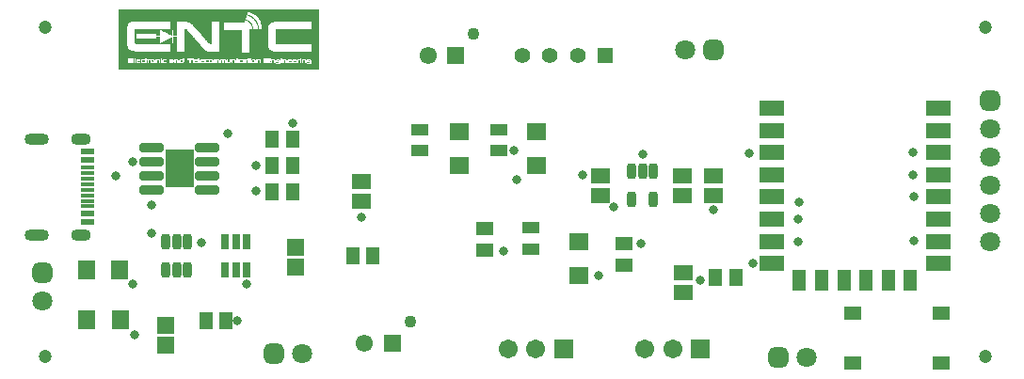
<source format=gts>
%FSTAX23Y23*%
%MOIN*%
%SFA1B1*%

%IPPOS*%
%AMD44*
4,1,8,0.015600,-0.018000,0.015600,0.018000,0.005800,0.027800,-0.005800,0.027800,-0.015600,0.018000,-0.015600,-0.018000,-0.005800,-0.027800,0.005800,-0.027800,0.015600,-0.018000,0.0*
1,1,0.019614,0.005800,-0.018000*
1,1,0.019614,0.005800,0.018000*
1,1,0.019614,-0.005800,0.018000*
1,1,0.019614,-0.005800,-0.018000*
%
%AMD45*
4,1,8,0.035800,0.015800,-0.035800,0.015800,-0.042800,0.008900,-0.042800,-0.008900,-0.035800,-0.015800,0.035800,-0.015800,0.042800,-0.008900,0.042800,0.008900,0.035800,0.015800,0.0*
1,1,0.013906,0.035800,0.008900*
1,1,0.013906,-0.035800,0.008900*
1,1,0.013906,-0.035800,-0.008900*
1,1,0.013906,0.035800,-0.008900*
%
%AMD49*
4,1,8,0.015700,0.035500,-0.015700,0.035500,-0.035500,0.015700,-0.035500,-0.015700,-0.015700,-0.035500,0.015700,-0.035500,0.035500,-0.015700,0.035500,0.015700,0.015700,0.035500,0.0*
1,1,0.039496,0.015700,0.015700*
1,1,0.039496,-0.015700,0.015700*
1,1,0.039496,-0.015700,-0.015700*
1,1,0.039496,0.015700,-0.015700*
%
%AMD51*
4,1,8,0.043300,0.000000,0.043300,0.000000,0.023600,0.019700,-0.023600,0.019700,-0.043300,0.000000,-0.043300,0.000000,-0.023600,-0.019700,0.023600,-0.019700,0.043300,0.000000,0.0*
1,1,0.039370,0.023600,0.000000*
1,1,0.039370,0.023600,0.000000*
1,1,0.039370,-0.023600,0.000000*
1,1,0.039370,-0.023600,0.000000*
%
%AMD52*
4,1,8,0.035400,0.000000,0.035400,0.000000,0.015700,0.019700,-0.015700,0.019700,-0.035400,0.000000,-0.035400,0.000000,-0.015700,-0.019700,0.015700,-0.019700,0.035400,0.000000,0.0*
1,1,0.039370,0.015700,0.000000*
1,1,0.039370,0.015700,0.000000*
1,1,0.039370,-0.015700,0.000000*
1,1,0.039370,-0.015700,0.000000*
%
%AMD55*
4,1,8,0.035500,-0.015700,0.035500,0.015700,0.015700,0.035500,-0.015700,0.035500,-0.035500,0.015700,-0.035500,-0.015700,-0.015700,-0.035500,0.015700,-0.035500,0.035500,-0.015700,0.0*
1,1,0.039496,0.015700,-0.015700*
1,1,0.039496,0.015700,0.015700*
1,1,0.039496,-0.015700,0.015700*
1,1,0.039496,-0.015700,-0.015700*
%
%ADD20R,0.045275X0.023622*%
%ADD21R,0.045275X0.011811*%
%ADD27R,0.061024X0.051181*%
%ADD30R,0.059441X0.051421*%
%ADD32R,0.061268X0.059236*%
%ADD35R,0.051307X0.074929*%
%ADD36R,0.086740X0.055244*%
%ADD37R,0.065086X0.053275*%
%ADD38R,0.047764X0.062331*%
%ADD39R,0.062331X0.047764*%
%ADD40R,0.047370X0.061149*%
%ADD41R,0.031228X0.055638*%
%ADD42R,0.062331X0.044220*%
%ADD43R,0.070992X0.063118*%
G04~CAMADD=44~8~0.0~0.0~556.4~312.3~98.1~0.0~15~0.0~0.0~0.0~0.0~0~0.0~0.0~0.0~0.0~0~0.0~0.0~0.0~270.0~312.0~556.0*
%ADD44D44*%
G04~CAMADD=45~8~0.0~0.0~855.6~316.2~69.5~0.0~15~0.0~0.0~0.0~0.0~0~0.0~0.0~0.0~0.0~0~0.0~0.0~0.0~0.0~855.6~316.2*
%ADD45D45*%
%ADD46R,0.103000X0.138000*%
%ADD47R,0.063118X0.070992*%
%ADD48C,0.047370*%
G04~CAMADD=49~8~0.0~0.0~709.9~709.9~197.5~0.0~15~0.0~0.0~0.0~0.0~0~0.0~0.0~0.0~0.0~0~0.0~0.0~0.0~0.0~709.9~709.9*
%ADD49D49*%
%ADD50C,0.070992*%
G04~CAMADD=51~8~0.0~0.0~393.7~866.1~196.9~0.0~15~0.0~0.0~0.0~0.0~0~0.0~0.0~0.0~0.0~0~0.0~0.0~0.0~270.0~866.0~394.0*
%ADD51D51*%
G04~CAMADD=52~8~0.0~0.0~393.7~708.7~196.9~0.0~15~0.0~0.0~0.0~0.0~0~0.0~0.0~0.0~0.0~0~0.0~0.0~0.0~270.0~707.0~393.0*
%ADD52D52*%
%ADD53C,0.067370*%
%ADD54R,0.067370X0.067370*%
G04~CAMADD=55~8~0.0~0.0~709.9~709.9~197.5~0.0~15~0.0~0.0~0.0~0.0~0~0.0~0.0~0.0~0.0~0~0.0~0.0~0.0~270.0~710.0~710.0*
%ADD55D55*%
%ADD56R,0.061024X0.061024*%
%ADD57C,0.061024*%
%ADD58C,0.043307*%
%ADD59R,0.055118X0.055118*%
%ADD60C,0.055118*%
%ADD61C,0.032000*%
%LNflowmeter-1*%
%LPD*%
G36*
X01073Y01333D02*
Y01332D01*
Y01331*
Y01331*
Y0133*
Y01329*
Y01328*
Y01328*
Y01327*
Y01326*
Y01325*
Y01325*
Y01324*
Y01323*
Y01322*
Y01321*
Y01321*
Y0132*
Y01319*
Y01318*
Y01318*
Y01317*
Y01316*
Y01315*
Y01315*
Y01314*
Y01313*
Y01312*
Y01312*
Y01311*
Y0131*
Y01309*
Y01309*
Y01308*
Y01307*
Y01306*
Y01306*
Y01305*
Y01304*
Y01303*
Y01303*
Y01302*
Y01301*
Y013*
Y013*
Y01299*
Y01298*
Y01297*
Y01296*
Y01296*
Y01295*
Y01294*
Y01293*
Y01293*
Y01292*
Y01291*
Y0129*
Y0129*
Y01289*
Y01288*
Y01287*
Y01287*
Y01286*
Y01285*
Y01284*
Y01284*
Y01283*
Y01282*
Y01281*
Y01281*
Y0128*
Y01279*
Y01278*
Y01278*
Y01277*
Y01276*
Y01275*
Y01274*
Y01274*
Y01273*
Y01272*
Y01271*
Y01271*
Y0127*
Y01269*
Y01268*
Y01268*
Y01267*
Y01266*
Y01265*
Y01265*
Y01264*
Y01263*
Y01262*
Y01262*
Y01261*
Y0126*
Y01259*
Y01259*
Y01258*
Y01257*
Y01256*
Y01256*
Y01255*
Y01254*
Y01253*
Y01253*
Y01252*
Y01251*
Y0125*
Y01249*
Y01249*
Y01248*
Y01247*
Y01246*
Y01246*
Y01245*
Y01244*
Y01243*
Y01243*
Y01242*
Y01241*
Y0124*
Y0124*
Y01239*
Y01238*
Y01237*
Y01237*
Y01236*
Y01235*
Y01234*
Y01234*
Y01233*
Y01232*
Y01231*
Y01231*
Y0123*
Y01229*
Y01228*
Y01227*
Y01227*
Y01226*
Y01225*
Y01224*
Y01224*
Y01223*
Y01222*
Y01221*
Y01221*
Y0122*
Y01219*
Y01218*
Y01218*
Y01217*
Y01216*
Y01215*
Y01215*
Y01214*
Y01213*
Y01212*
Y01212*
Y01211*
Y0121*
Y01209*
Y01209*
Y01208*
Y01207*
Y01206*
Y01206*
Y01205*
Y01204*
Y01203*
Y01202*
Y01202*
Y01201*
Y012*
Y01199*
Y01199*
Y01198*
Y01197*
Y01196*
Y01196*
Y01195*
Y01194*
Y01193*
Y01193*
Y01192*
Y01191*
Y0119*
Y0119*
Y01189*
Y01188*
Y01187*
Y01187*
Y01186*
Y01185*
Y01184*
Y01184*
Y01183*
Y01182*
Y01181*
Y0118*
Y0118*
Y01179*
Y01178*
Y01177*
Y01177*
Y01176*
Y01175*
Y01174*
Y01174*
Y01173*
Y01172*
Y01171*
Y01171*
Y0117*
Y01169*
Y01168*
Y01168*
Y01167*
Y01166*
Y01165*
Y01165*
Y01164*
Y01163*
Y01162*
Y01162*
Y01161*
Y0116*
Y01159*
Y01159*
Y01158*
Y01157*
Y01156*
Y01155*
Y01155*
Y01154*
Y01153*
Y01152*
Y01152*
Y01151*
Y0115*
Y01149*
Y01149*
Y01148*
Y01147*
Y01146*
Y01146*
Y01145*
Y01144*
Y01143*
Y01143*
Y01142*
Y01141*
Y0114*
Y0114*
Y01139*
Y01138*
Y01137*
Y01137*
Y01136*
Y01135*
Y01134*
Y01133*
Y01133*
Y01132*
Y01131*
Y0113*
Y0113*
Y01129*
Y01128*
Y01127*
Y01127*
Y01126*
Y01125*
Y01124*
Y01124*
Y01123*
Y01122*
Y01121*
Y01121*
Y0112*
X00364*
Y01121*
Y01121*
Y01122*
Y01123*
Y01124*
Y01124*
Y01125*
Y01126*
Y01127*
Y01127*
Y01128*
Y01129*
Y0113*
Y0113*
Y01131*
Y01132*
Y01133*
Y01133*
Y01134*
Y01135*
Y01136*
Y01137*
Y01137*
Y01138*
Y01139*
Y0114*
Y0114*
Y01141*
Y01142*
Y01143*
Y01143*
Y01144*
Y01145*
Y01146*
Y01146*
Y01147*
Y01148*
Y01149*
Y01149*
Y0115*
Y01151*
Y01152*
Y01152*
Y01153*
Y01154*
Y01155*
Y01155*
Y01156*
Y01157*
Y01158*
Y01159*
Y01159*
Y0116*
Y01161*
Y01162*
Y01162*
Y01163*
Y01164*
Y01165*
Y01165*
Y01166*
Y01167*
Y01168*
Y01168*
Y01169*
Y0117*
Y01171*
Y01171*
Y01172*
Y01173*
Y01174*
Y01174*
Y01175*
Y01176*
Y01177*
Y01177*
Y01178*
Y01179*
Y0118*
Y0118*
Y01181*
Y01182*
Y01183*
Y01184*
Y01184*
Y01185*
Y01186*
Y01187*
Y01187*
Y01188*
Y01189*
Y0119*
Y0119*
Y01191*
Y01192*
Y01193*
Y01193*
Y01194*
Y01195*
Y01196*
Y01196*
Y01197*
Y01198*
Y01199*
Y01199*
Y012*
Y01201*
Y01202*
Y01202*
Y01203*
Y01204*
Y01205*
Y01206*
Y01206*
Y01207*
Y01208*
Y01209*
Y01209*
Y0121*
Y01211*
Y01212*
Y01212*
Y01213*
Y01214*
Y01215*
Y01215*
Y01216*
Y01217*
Y01218*
Y01218*
Y01219*
Y0122*
Y01221*
Y01221*
Y01222*
Y01223*
Y01224*
Y01224*
Y01225*
Y01226*
Y01227*
Y01227*
Y01228*
Y01229*
Y0123*
Y01231*
Y01231*
Y01232*
Y01233*
Y01234*
Y01234*
Y01235*
Y01236*
Y01237*
Y01237*
Y01238*
Y01239*
Y0124*
Y0124*
Y01241*
Y01242*
Y01243*
Y01243*
Y01244*
Y01245*
Y01246*
Y01246*
Y01247*
Y01248*
Y01249*
Y01249*
Y0125*
Y01251*
Y01252*
Y01253*
Y01253*
Y01254*
Y01255*
Y01256*
Y01256*
Y01257*
Y01258*
Y01259*
Y01259*
Y0126*
Y01261*
Y01262*
Y01262*
Y01263*
Y01264*
Y01265*
Y01265*
Y01266*
Y01267*
Y01268*
Y01268*
Y01269*
Y0127*
Y01271*
Y01271*
Y01272*
Y01273*
Y01274*
Y01274*
Y01275*
Y01276*
Y01277*
Y01278*
Y01278*
Y01279*
Y0128*
Y01281*
Y01281*
Y01282*
Y01283*
Y01284*
Y01284*
Y01285*
Y01286*
Y01287*
Y01287*
Y01288*
Y01289*
Y0129*
Y0129*
Y01291*
Y01292*
Y01293*
Y01293*
Y01294*
Y01295*
Y01296*
Y01296*
Y01297*
Y01298*
Y01299*
Y013*
Y013*
Y01301*
Y01302*
Y01303*
Y01303*
Y01304*
Y01305*
Y01306*
Y01306*
Y01307*
Y01308*
Y01309*
Y01309*
Y0131*
Y01311*
Y01312*
Y01312*
Y01313*
Y01314*
Y01315*
Y01315*
Y01316*
Y01317*
Y01318*
Y01318*
Y01319*
Y0132*
Y01321*
Y01321*
Y01322*
Y01323*
Y01324*
Y01325*
Y01325*
Y01326*
Y01327*
Y01328*
Y01328*
Y01329*
Y0133*
Y01331*
Y01331*
Y01332*
Y01333*
Y01334*
X01073*
Y01333*
G37*
%LNflowmeter-2*%
%LPC*%
G36*
X00826Y01325D02*
X00822D01*
Y01324*
Y01323*
X00822*
Y01322*
Y01321*
Y01321*
Y0132*
X00821*
Y01319*
Y01318*
X0082*
Y01318*
Y01317*
Y01316*
Y01315*
X00822*
Y01315*
X00825*
Y01314*
X00826*
Y01313*
X00827*
Y01312*
X0083*
Y01312*
X00831*
Y01311*
X00832*
Y0131*
X00834*
Y01309*
X00835*
Y01309*
X00836*
Y01308*
X00838*
Y01307*
X00838*
Y01306*
X0084*
Y01306*
X00841*
Y01305*
X00841*
Y01304*
X00842*
Y01303*
X00843*
Y01303*
X00844*
Y01302*
X00845*
Y01301*
Y013*
X00846*
Y013*
X00847*
Y01299*
X00847*
Y01298*
X00848*
Y01297*
X00849*
Y01296*
X0085*
Y01296*
X0085*
Y01295*
X00851*
Y01294*
X00852*
Y01293*
Y01293*
X00853*
Y01292*
Y01291*
X00854*
Y0129*
X00854*
Y0129*
Y01289*
Y01288*
X00855*
Y01287*
X00856*
Y01287*
Y01286*
X00857*
Y01285*
Y01284*
Y01284*
X00857*
Y01283*
Y01282*
X00858*
Y01281*
Y01281*
X00859*
Y0128*
Y01279*
Y01278*
Y01278*
X0086*
Y01277*
Y01276*
Y01275*
X0086*
Y01274*
Y01274*
Y01273*
Y01272*
Y01271*
Y01271*
Y0127*
Y01269*
Y01268*
Y01268*
X00861*
Y01267*
Y01266*
Y01265*
Y01265*
Y01264*
X00862*
Y01263*
X00871*
Y01264*
X00872*
Y01265*
Y01265*
Y01266*
Y01267*
Y01268*
Y01268*
Y01269*
Y0127*
Y01271*
Y01271*
X00871*
Y01272*
X00872*
Y01273*
Y01274*
X00871*
Y01274*
Y01275*
Y01276*
X0087*
Y01277*
Y01278*
Y01278*
Y01279*
Y0128*
Y01281*
X00869*
Y01281*
Y01282*
Y01283*
X00869*
Y01284*
Y01284*
X00868*
Y01285*
Y01286*
Y01287*
Y01287*
X00867*
Y01288*
X00866*
Y01289*
Y0129*
Y0129*
X00866*
Y01291*
Y01292*
X00865*
Y01293*
X00864*
Y01293*
Y01294*
X00863*
Y01295*
Y01296*
X00863*
Y01296*
X00862*
Y01297*
Y01298*
X00861*
Y01299*
X0086*
Y013*
Y013*
X0086*
Y01301*
Y01302*
X00859*
Y01303*
X00858*
Y01303*
X00857*
Y01304*
X00857*
Y01305*
X00856*
Y01306*
X00855*
Y01306*
X00854*
Y01307*
X00854*
Y01308*
X00853*
Y01309*
X00852*
Y01309*
X00851*
Y0131*
X0085*
Y01311*
X0085*
Y01312*
X00849*
Y01312*
X00848*
Y01313*
X00847*
Y01314*
X00846*
Y01315*
X00844*
Y01315*
X00843*
Y01316*
X00842*
Y01317*
X00841*
Y01318*
X00839*
Y01318*
X00838*
Y01319*
X00837*
Y0132*
X00835*
Y01321*
X00834*
Y01321*
X00832*
Y01322*
X0083*
Y01323*
X00829*
Y01324*
X00826*
Y01325*
G37*
G36*
X00821Y01312D02*
X00818D01*
Y01311*
X00817*
Y0131*
Y01309*
Y01309*
Y01308*
Y01307*
X00816*
Y01306*
Y01306*
X00816*
Y01305*
Y01304*
X00815*
Y01303*
X00816*
Y01303*
X00815*
Y01302*
Y01301*
X00814*
Y013*
Y013*
X00813*
Y01299*
Y01298*
X00816*
Y01297*
X00818*
Y01296*
X00819*
Y01296*
X00821*
Y01295*
X00822*
Y01294*
X00824*
Y01293*
X00825*
Y01293*
X00826*
Y01292*
X00827*
Y01291*
X00829*
Y0129*
X00829*
Y0129*
X0083*
Y01289*
X00831*
Y01288*
X00832*
Y01287*
X00832*
Y01287*
X00833*
Y01286*
X00834*
Y01285*
Y01284*
X00835*
Y01284*
X00835*
Y01283*
Y01282*
X00836*
Y01281*
Y01281*
X00837*
Y0128*
X00838*
Y01279*
Y01278*
X00838*
Y01278*
Y01277*
Y01276*
X00839*
Y01275*
Y01274*
X0084*
Y01274*
Y01273*
Y01272*
Y01271*
Y01271*
Y0127*
X00841*
Y01269*
Y01268*
Y01268*
Y01267*
Y01266*
Y01265*
Y01265*
X00841*
Y01264*
Y01263*
X00856*
Y01264*
X00857*
Y01265*
X00857*
Y01265*
Y01266*
Y01267*
X00857*
Y01268*
Y01268*
Y01269*
Y0127*
Y01271*
Y01271*
Y01272*
Y01273*
X00856*
Y01274*
Y01274*
Y01275*
Y01276*
Y01277*
X00855*
Y01278*
Y01278*
Y01279*
X00854*
Y0128*
Y01281*
Y01281*
X00854*
Y01282*
Y01283*
Y01284*
X00853*
Y01284*
X00852*
Y01285*
Y01286*
X00851*
Y01287*
Y01287*
X0085*
Y01288*
Y01289*
X0085*
Y0129*
Y0129*
X00849*
Y01291*
Y01292*
X00848*
Y01293*
X00847*
Y01293*
X00847*
Y01294*
X00846*
Y01295*
X00845*
Y01296*
X00844*
Y01296*
X00844*
Y01297*
X00843*
Y01298*
Y01299*
X00842*
Y013*
X00841*
Y013*
X0084*
Y01301*
X00839*
Y01302*
X00838*
Y01303*
X00838*
Y01303*
X00837*
Y01304*
X00835*
Y01305*
X00834*
Y01306*
X00832*
Y01306*
X00832*
Y01307*
X0083*
Y01308*
X00829*
Y01309*
X00827*
Y01309*
X00825*
Y0131*
X00824*
Y01311*
X00821*
Y01312*
G37*
G36*
X00722Y0129D02*
X00695D01*
Y01289*
X00694*
Y01288*
Y01287*
Y01287*
Y01286*
Y01285*
Y01284*
Y01284*
Y01283*
Y01282*
Y01281*
Y01281*
Y0128*
Y01279*
Y01278*
Y01278*
Y01277*
Y01276*
Y01275*
Y01274*
Y01274*
Y01273*
Y01272*
Y01271*
Y01271*
Y0127*
Y01269*
Y01268*
Y01268*
Y01267*
Y01266*
Y01265*
Y01265*
Y01264*
Y01263*
Y01262*
Y01262*
Y01261*
Y0126*
Y01259*
Y01259*
Y01258*
Y01257*
Y01256*
Y01256*
Y01255*
Y01254*
Y01253*
Y01253*
Y01252*
Y01251*
Y0125*
Y01249*
Y01249*
Y01248*
Y01247*
Y01246*
Y01246*
Y01245*
Y01244*
Y01243*
Y01243*
Y01242*
Y01241*
Y0124*
Y0124*
Y01239*
Y01238*
Y01237*
Y01237*
Y01236*
Y01235*
Y01234*
Y01234*
Y01233*
Y01232*
Y01231*
Y01231*
Y0123*
Y01229*
Y01228*
Y01227*
Y01227*
Y01226*
Y01225*
Y01224*
Y01224*
Y01223*
Y01222*
Y01221*
Y01221*
Y0122*
Y01219*
Y01218*
Y01218*
Y01217*
Y01216*
Y01215*
Y01215*
Y01214*
Y01213*
Y01212*
Y01212*
Y01211*
Y0121*
Y01209*
X00691*
Y0121*
X00689*
Y01211*
X00687*
Y01212*
X00686*
Y01212*
X00685*
Y01213*
X00684*
Y01214*
X00683*
Y01215*
X00682*
Y01215*
X00681*
Y01216*
X00681*
Y01217*
X0068*
Y01218*
X00679*
Y01218*
X00678*
Y01219*
X00678*
Y0122*
X00677*
Y01221*
X00676*
Y01221*
Y01222*
X00675*
Y01223*
X00675*
Y01224*
X00674*
Y01224*
X00673*
Y01225*
X00672*
Y01226*
Y01227*
X00672*
Y01227*
X00671*
Y01228*
X0067*
Y01229*
X00669*
Y0123*
X00669*
Y01231*
X00668*
Y01231*
Y01232*
X00667*
Y01233*
X00666*
Y01234*
X00666*
Y01234*
X00665*
Y01235*
X00664*
Y01236*
X00663*
Y01237*
X00662*
Y01237*
X00662*
Y01238*
X00661*
Y01239*
Y0124*
X0066*
Y0124*
X00659*
Y01241*
X00659*
Y01242*
X00658*
Y01243*
X00657*
Y01243*
Y01244*
X00656*
Y01245*
X00656*
Y01246*
X00655*
Y01246*
X00654*
Y01247*
X00653*
Y01248*
X00653*
Y01249*
X00652*
Y01249*
X00651*
Y0125*
X0065*
Y01251*
Y01252*
X0065*
Y01253*
X00649*
Y01253*
X00648*
Y01254*
X00647*
Y01255*
X00647*
Y01256*
Y01256*
X00646*
Y01257*
X00645*
Y01258*
X00644*
Y01259*
X00644*
Y01259*
X00643*
Y0126*
X00642*
Y01261*
X00641*
Y01262*
Y01262*
X0064*
Y01263*
X0064*
Y01264*
X00639*
Y01265*
X00638*
Y01265*
X00637*
Y01266*
X00637*
Y01267*
X00636*
Y01268*
X00635*
Y01268*
Y01269*
X00634*
Y0127*
X00634*
Y01271*
X00633*
Y01271*
X00632*
Y01272*
X00631*
Y01273*
X00631*
Y01274*
Y01274*
X0063*
Y01275*
X00629*
Y01276*
X00628*
Y01277*
X00628*
Y01278*
X00627*
Y01278*
X00626*
Y01279*
X00625*
Y0128*
X00625*
Y01281*
X00623*
Y01281*
X00622*
Y01282*
X00622*
Y01283*
X0062*
Y01284*
X00619*
Y01284*
X00619*
Y01285*
X00617*
Y01286*
X00615*
Y01287*
X00613*
Y01287*
X00611*
Y01288*
X00609*
Y01289*
X00601*
Y0129*
X0057*
Y01289*
Y01288*
Y01287*
Y01287*
Y01286*
Y01285*
Y01284*
Y01284*
Y01283*
Y01282*
Y01281*
Y01281*
Y0128*
Y01279*
Y01278*
Y01278*
Y01277*
Y01276*
Y01275*
Y01274*
Y01274*
Y01273*
Y01272*
Y01271*
Y01271*
Y0127*
Y01269*
Y01268*
Y01268*
Y01267*
Y01266*
Y01265*
Y01265*
Y01264*
Y01263*
Y01262*
Y01262*
Y01261*
Y0126*
Y01259*
Y01259*
Y01258*
Y01257*
Y01256*
Y01256*
Y01255*
Y01254*
Y01253*
Y01253*
Y01252*
Y01251*
Y0125*
Y01249*
Y01249*
Y01248*
Y01247*
Y01246*
Y01246*
Y01245*
Y01244*
Y01243*
Y01243*
Y01242*
Y01241*
Y0124*
Y0124*
X00557*
Y0124*
Y01241*
Y01242*
Y01243*
Y01243*
Y01244*
Y01245*
Y01246*
Y01246*
Y01247*
Y01248*
Y01249*
Y01249*
Y0125*
Y01251*
Y01252*
Y01253*
Y01253*
Y01254*
Y01255*
Y01256*
Y01256*
Y01257*
Y01258*
Y01259*
Y01259*
Y0126*
X00554*
Y01259*
Y01259*
Y01258*
Y01257*
Y01256*
Y01256*
Y01255*
Y01254*
Y01253*
Y01253*
Y01252*
Y01251*
Y0125*
Y01249*
Y01249*
Y01248*
Y01247*
Y01246*
Y01246*
Y01245*
Y01244*
Y01243*
Y01243*
Y01242*
Y01241*
Y0124*
Y0124*
X00552*
Y0124*
X0055*
Y01241*
X0055*
Y01242*
X00547*
Y01243*
X00546*
Y01243*
X00545*
Y01244*
X00543*
Y01245*
X00542*
Y01246*
X0054*
Y01246*
X00539*
Y01247*
X00537*
Y01248*
X00536*
Y01249*
X00534*
Y01249*
X00533*
Y0125*
X00531*
Y01251*
X0053*
Y01252*
X00528*
Y01253*
X00527*
Y01253*
X00525*
Y01254*
X00525*
Y01255*
X00522*
Y01256*
X00521*
Y01256*
X00519*
Y01257*
X00518*
Y01258*
X00516*
Y01259*
X00515*
Y01259*
X00514*
Y0126*
X00512*
Y01259*
Y01259*
Y01258*
Y01257*
Y01256*
Y01256*
Y01255*
Y01254*
Y01253*
Y01253*
Y01252*
Y01251*
Y0125*
Y01249*
Y01249*
Y01248*
Y01247*
Y01246*
Y01246*
Y01245*
Y01244*
Y01243*
Y01243*
Y01242*
Y01241*
Y0124*
Y0124*
X00496*
Y0124*
Y01241*
Y01242*
Y01243*
Y01243*
Y01244*
Y01245*
Y01246*
Y01246*
Y01247*
Y01248*
X00428*
Y01247*
Y01246*
Y01246*
Y01245*
Y01244*
Y01243*
Y01243*
Y01242*
Y01241*
Y0124*
Y0124*
Y01239*
Y01238*
Y01237*
Y01237*
Y01236*
Y01235*
Y01234*
Y01234*
Y01233*
Y01232*
Y01231*
Y01231*
Y0123*
Y01229*
X00496*
Y0123*
Y01231*
Y01231*
Y01232*
Y01233*
Y01234*
Y01234*
Y01235*
Y01236*
X00512*
Y01235*
Y01234*
Y01234*
Y01233*
Y01232*
Y01231*
Y01231*
Y0123*
Y01229*
Y01228*
Y01227*
Y01227*
Y01226*
Y01225*
Y01224*
Y01224*
Y01223*
Y01222*
Y01221*
Y01221*
Y0122*
Y01219*
Y01218*
Y01218*
Y01217*
Y01216*
Y01215*
X00514*
Y01216*
X00515*
Y01217*
X00517*
Y01218*
X00518*
Y01218*
X00521*
Y01219*
X00521*
Y0122*
X00523*
Y01221*
X00525*
Y01221*
X00526*
Y01222*
X00528*
Y01223*
X00529*
Y01224*
X00531*
Y01224*
X00532*
Y01225*
X00534*
Y01226*
X00535*
Y01227*
X00537*
Y01227*
X00538*
Y01228*
X0054*
Y01229*
X00541*
Y0123*
X00543*
Y01231*
X00544*
Y01231*
X00546*
Y01232*
X00547*
Y01233*
X00548*
Y01234*
X0055*
Y01234*
X00552*
Y01235*
X00553*
Y01236*
X00554*
Y01235*
Y01234*
Y01234*
Y01233*
Y01232*
Y01231*
Y01231*
Y0123*
Y01229*
Y01228*
Y01227*
Y01227*
Y01226*
Y01225*
Y01224*
Y01224*
Y01223*
Y01222*
Y01221*
Y01221*
Y0122*
Y01219*
Y01218*
Y01218*
Y01217*
Y01216*
Y01215*
Y01215*
Y01214*
X00557*
Y01215*
Y01215*
Y01216*
Y01217*
Y01218*
Y01218*
Y01219*
Y0122*
Y01221*
Y01221*
Y01222*
Y01223*
Y01224*
Y01224*
Y01225*
Y01226*
Y01227*
Y01227*
Y01228*
Y01229*
Y0123*
Y01231*
Y01231*
Y01232*
Y01233*
Y01234*
Y01234*
Y01235*
Y01236*
X0057*
Y01235*
Y01234*
Y01234*
Y01233*
Y01232*
Y01231*
Y01231*
Y0123*
Y01229*
Y01228*
Y01227*
Y01227*
Y01226*
Y01225*
Y01224*
Y01224*
Y01223*
Y01222*
Y01221*
Y01221*
Y0122*
Y01219*
Y01218*
Y01218*
Y01217*
Y01216*
Y01215*
Y01215*
Y01214*
Y01213*
Y01212*
Y01212*
Y01211*
Y0121*
Y01209*
Y01209*
Y01208*
Y01207*
Y01206*
Y01206*
Y01205*
Y01204*
Y01203*
Y01202*
Y01202*
Y01201*
Y012*
Y01199*
Y01199*
Y01198*
Y01197*
Y01196*
Y01196*
Y01195*
Y01194*
Y01193*
Y01193*
Y01192*
Y01191*
Y0119*
Y0119*
Y01189*
Y01188*
Y01187*
Y01187*
Y01186*
Y01185*
Y01184*
Y01184*
X00571*
Y01183*
X00597*
Y01184*
Y01184*
Y01185*
Y01186*
Y01187*
Y01187*
Y01188*
Y01189*
Y0119*
Y0119*
Y01191*
Y01192*
Y01193*
Y01193*
Y01194*
Y01195*
Y01196*
Y01196*
Y01197*
Y01198*
Y01199*
Y01199*
Y012*
Y01201*
Y01202*
Y01202*
Y01203*
Y01204*
Y01205*
Y01206*
Y01206*
Y01207*
Y01208*
Y01209*
Y01209*
Y0121*
Y01211*
Y01212*
Y01212*
Y01213*
Y01214*
Y01215*
Y01215*
Y01216*
Y01217*
Y01218*
Y01218*
Y01219*
Y0122*
Y01221*
Y01221*
Y01222*
Y01223*
Y01224*
Y01224*
Y01225*
Y01226*
Y01227*
Y01227*
Y01228*
Y01229*
Y0123*
Y01231*
Y01231*
Y01232*
Y01233*
Y01234*
Y01234*
Y01235*
Y01236*
Y01237*
Y01237*
Y01238*
Y01239*
Y0124*
Y0124*
Y01241*
Y01242*
Y01243*
Y01243*
Y01244*
Y01245*
Y01246*
Y01246*
Y01247*
Y01248*
Y01249*
Y01249*
Y0125*
Y01251*
Y01252*
Y01253*
Y01253*
Y01254*
Y01255*
Y01256*
Y01256*
Y01257*
Y01258*
Y01259*
Y01259*
Y0126*
Y01261*
Y01262*
Y01262*
Y01263*
Y01264*
X00599*
Y01263*
X00603*
Y01262*
X00604*
Y01262*
X00606*
Y01261*
X00606*
Y0126*
X00608*
Y01259*
X00609*
Y01259*
X00609*
Y01258*
X0061*
Y01257*
X00612*
Y01256*
Y01256*
X00612*
Y01255*
X00613*
Y01254*
X00614*
Y01253*
Y01253*
X00615*
Y01252*
X00615*
Y01251*
X00616*
Y0125*
X00617*
Y01249*
X00618*
Y01249*
Y01248*
X00619*
Y01247*
X0062*
Y01246*
Y01246*
X00621*
Y01245*
X00622*
Y01244*
X00622*
Y01243*
X00623*
Y01243*
X00624*
Y01242*
Y01241*
X00625*
Y0124*
X00625*
Y0124*
X00626*
Y01239*
X00627*
Y01238*
X00628*
Y01237*
Y01237*
X00628*
Y01236*
X00629*
Y01235*
X0063*
Y01234*
X00631*
Y01234*
X00631*
Y01233*
Y01232*
X00633*
Y01231*
X00634*
Y01231*
Y0123*
X00634*
Y01229*
X00635*
Y01228*
X00636*
Y01227*
X00637*
Y01227*
X00637*
Y01226*
Y01225*
X00638*
Y01224*
X00639*
Y01224*
X0064*
Y01223*
X0064*
Y01222*
X00641*
Y01221*
Y01221*
X00642*
Y0122*
X00643*
Y01219*
X00644*
Y01218*
Y01218*
X00645*
Y01217*
X00646*
Y01216*
X00647*
Y01215*
X00647*
Y01215*
Y01214*
X00648*
Y01213*
X00649*
Y01212*
X0065*
Y01212*
X0065*
Y01211*
X00651*
Y0121*
Y01209*
X00652*
Y01209*
X00653*
Y01208*
X00653*
Y01207*
Y01206*
X00655*
Y01206*
Y01205*
X00656*
Y01204*
X00657*
Y01203*
Y01202*
Y01202*
X00659*
Y01201*
X00659*
Y012*
X0066*
Y01199*
X00661*
Y01199*
Y01198*
Y01197*
X00662*
Y01196*
X00663*
Y01196*
X00664*
Y01195*
X00665*
Y01194*
X00666*
Y01193*
X00666*
Y01193*
X00667*
Y01192*
X00669*
Y01191*
X00669*
Y0119*
X0067*
Y0119*
X00672*
Y01189*
X00672*
Y01188*
X00674*
Y01187*
X00676*
Y01187*
X00677*
Y01186*
X00679*
Y01185*
X00682*
Y01184*
X00687*
Y01184*
X0069*
Y01183*
X00721*
Y01184*
X00722*
Y01184*
Y01185*
Y01186*
Y01187*
Y01187*
Y01188*
Y01189*
Y0119*
Y0119*
Y01191*
Y01192*
Y01193*
Y01193*
Y01194*
Y01195*
Y01196*
Y01196*
Y01197*
Y01198*
Y01199*
Y01199*
Y012*
Y01201*
Y01202*
Y01202*
Y01203*
Y01204*
Y01205*
Y01206*
Y01206*
Y01207*
Y01208*
Y01209*
Y01209*
Y0121*
Y01211*
Y01212*
Y01212*
Y01213*
Y01214*
Y01215*
Y01215*
Y01216*
Y01217*
Y01218*
Y01218*
Y01219*
Y0122*
Y01221*
Y01221*
Y01222*
Y01223*
Y01224*
Y01224*
Y01225*
Y01226*
Y01227*
Y01227*
Y01228*
Y01229*
Y0123*
Y01231*
Y01231*
Y01232*
Y01233*
Y01234*
Y01234*
Y01235*
Y01236*
Y01237*
Y01237*
Y01238*
Y01239*
Y0124*
Y0124*
Y01241*
Y01242*
Y01243*
Y01243*
Y01244*
Y01245*
Y01246*
Y01246*
Y01247*
Y01248*
Y01249*
Y01249*
Y0125*
Y01251*
Y01252*
Y01253*
Y01253*
Y01254*
Y01255*
Y01256*
Y01256*
Y01257*
Y01258*
Y01259*
Y01259*
Y0126*
Y01261*
Y01262*
Y01262*
Y01263*
Y01264*
Y01265*
Y01265*
Y01266*
Y01267*
Y01268*
Y01268*
Y01269*
Y0127*
Y01271*
Y01271*
Y01272*
Y01273*
Y01274*
Y01274*
Y01275*
Y01276*
Y01277*
Y01278*
Y01278*
Y01279*
Y0128*
Y01281*
Y01281*
Y01282*
Y01283*
Y01284*
Y01284*
Y01285*
Y01286*
Y01287*
Y01287*
Y01288*
Y01289*
Y0129*
G37*
G36*
X00546Y01291D02*
X00415D01*
Y0129*
X00412*
Y0129*
X00411*
Y01289*
X00408*
Y01288*
X00406*
Y01287*
X00405*
Y01287*
X00403*
Y01286*
X00402*
Y01285*
X00402*
Y01284*
X00401*
Y01284*
X004*
Y01283*
X00399*
Y01282*
Y01281*
X00398*
Y01281*
X00397*
Y0128*
Y01279*
Y01278*
X00396*
Y01278*
X00396*
Y01277*
X00396*
Y01276*
Y01275*
Y01274*
X00395*
Y01274*
Y01273*
X00394*
Y01272*
Y01271*
Y01271*
Y0127*
Y01269*
Y01268*
Y01268*
Y01267*
Y01266*
Y01265*
Y01265*
Y01264*
Y01263*
Y01262*
Y01262*
Y01261*
Y0126*
Y01259*
Y01259*
Y01258*
Y01257*
Y01256*
Y01256*
Y01255*
Y01254*
Y01253*
Y01253*
Y01252*
Y01251*
Y0125*
Y01249*
Y01249*
Y01248*
Y01247*
Y01246*
Y01246*
Y01245*
Y01244*
Y01243*
Y01243*
Y01242*
Y01241*
Y0124*
Y0124*
Y01239*
Y01238*
Y01237*
Y01237*
Y01236*
Y01235*
Y01234*
Y01234*
Y01233*
Y01232*
Y01231*
Y01231*
Y0123*
Y01229*
Y01228*
Y01227*
Y01227*
Y01226*
Y01225*
Y01224*
Y01224*
Y01223*
Y01222*
Y01221*
Y01221*
Y0122*
Y01219*
Y01218*
Y01218*
Y01217*
Y01216*
Y01215*
Y01215*
Y01214*
Y01213*
Y01212*
Y01212*
Y01211*
Y0121*
Y01209*
Y01209*
Y01208*
Y01207*
Y01206*
Y01206*
Y01205*
Y01204*
Y01203*
X00395*
Y01202*
X00396*
Y01202*
Y01201*
X00396*
Y012*
X00396*
Y01199*
X00396*
Y01199*
Y01198*
X00397*
Y01197*
X00398*
Y01196*
Y01196*
X00399*
Y01195*
X00399*
Y01194*
X004*
Y01193*
X00401*
Y01193*
X00402*
Y01192*
X00402*
Y01191*
X00404*
Y0119*
X00405*
Y0119*
X00406*
Y01189*
X00408*
Y01188*
X00409*
Y01187*
X00413*
Y01187*
X00415*
Y01186*
X00421*
Y01185*
X00547*
Y01186*
Y01187*
Y01187*
Y01188*
Y01189*
Y0119*
Y0119*
Y01191*
Y01192*
Y01193*
Y01193*
Y01194*
Y01195*
Y01196*
Y01196*
Y01197*
Y01198*
Y01199*
Y01199*
Y012*
Y01201*
Y01202*
Y01202*
Y01203*
Y01204*
Y01205*
Y01206*
Y01206*
Y01207*
Y01208*
Y01209*
Y01209*
Y0121*
Y01211*
X00424*
Y01212*
X00423*
Y01212*
X00422*
Y01213*
X00421*
Y01214*
Y01215*
Y01215*
Y01216*
Y01217*
Y01218*
Y01218*
Y01219*
Y0122*
Y01221*
Y01221*
Y01222*
Y01223*
Y01224*
Y01224*
Y01225*
Y01226*
Y01227*
Y01227*
Y01228*
Y01229*
Y0123*
Y01231*
Y01231*
Y01232*
Y01233*
Y01234*
Y01234*
Y01235*
Y01236*
Y01237*
Y01237*
Y01238*
Y01239*
Y0124*
Y0124*
Y01241*
Y01242*
Y01243*
Y01243*
Y01244*
Y01245*
Y01246*
Y01246*
Y01247*
Y01248*
Y01249*
Y01249*
Y0125*
Y01251*
Y01252*
Y01253*
Y01253*
Y01254*
Y01255*
Y01256*
Y01256*
Y01257*
Y01258*
Y01259*
Y01259*
Y0126*
Y01261*
Y01262*
Y01262*
Y01263*
X00422*
Y01264*
X00421*
Y01265*
X00423*
Y01265*
X00546*
Y01266*
Y01267*
Y01268*
Y01268*
Y01269*
Y0127*
Y01271*
Y01271*
Y01272*
Y01273*
Y01274*
Y01274*
Y01275*
Y01276*
Y01277*
Y01278*
Y01278*
Y01279*
Y0128*
Y01281*
Y01281*
Y01282*
Y01283*
Y01284*
Y01284*
Y01285*
Y01286*
Y01287*
Y01287*
Y01288*
Y01289*
Y0129*
Y0129*
Y01291*
G37*
G36*
X01046Y0129D02*
X00921D01*
Y01289*
X00913*
Y01288*
X0091*
Y01287*
X00908*
Y01287*
X00906*
Y01286*
X00904*
Y01285*
X00904*
Y01284*
X00902*
Y01284*
X00901*
Y01283*
X00901*
Y01282*
X009*
Y01281*
X00899*
Y01281*
X00898*
Y0128*
X00897*
Y01279*
Y01278*
X00896*
Y01278*
Y01277*
X00895*
Y01276*
Y01275*
Y01274*
X00894*
Y01274*
Y01273*
X00894*
Y01272*
Y01271*
Y01271*
X00893*
Y0127*
Y01269*
Y01268*
Y01268*
Y01267*
Y01266*
Y01265*
Y01265*
Y01264*
Y01263*
Y01262*
Y01262*
Y01261*
Y0126*
Y01259*
Y01259*
Y01258*
Y01257*
Y01256*
Y01256*
Y01255*
Y01254*
Y01253*
Y01253*
Y01252*
Y01251*
Y0125*
Y01249*
Y01249*
Y01248*
Y01247*
Y01246*
Y01246*
Y01245*
Y01244*
Y01243*
Y01243*
Y01242*
Y01241*
Y0124*
Y0124*
Y01239*
Y01238*
Y01237*
Y01237*
Y01236*
Y01235*
Y01234*
Y01234*
Y01233*
Y01232*
Y01231*
Y01231*
Y0123*
Y01229*
Y01228*
Y01227*
Y01227*
Y01226*
Y01225*
Y01224*
Y01224*
Y01223*
Y01222*
Y01221*
Y01221*
Y0122*
Y01219*
Y01218*
Y01218*
Y01217*
Y01216*
Y01215*
Y01215*
Y01214*
Y01213*
Y01212*
Y01212*
Y01211*
Y0121*
Y01209*
Y01209*
Y01208*
Y01207*
X00894*
Y01206*
X00893*
Y01206*
Y01205*
Y01204*
Y01203*
Y01202*
Y01202*
X00894*
Y01201*
Y012*
X00894*
Y01199*
Y01199*
X00895*
Y01198*
Y01197*
X00896*
Y01196*
Y01196*
Y01195*
X00897*
Y01194*
Y01193*
Y01193*
X00898*
Y01192*
X00899*
Y01191*
X009*
Y0119*
X00901*
Y0119*
X00902*
Y01189*
X00904*
Y01188*
X00904*
Y01187*
X00907*
Y01187*
X00908*
Y01186*
X0091*
Y01185*
X00913*
Y01184*
X00916*
Y01184*
X00922*
Y01183*
X01045*
Y01184*
X01047*
Y01184*
Y01185*
Y01186*
Y01187*
Y01187*
Y01188*
Y01189*
Y0119*
Y0119*
Y01191*
Y01192*
Y01193*
Y01193*
Y01194*
Y01195*
Y01196*
Y01196*
Y01197*
Y01198*
Y01199*
Y01199*
Y012*
Y01201*
Y01202*
Y01202*
Y01203*
Y01204*
Y01205*
Y01206*
Y01206*
Y01207*
Y01208*
Y01209*
X01046*
Y01209*
X00923*
Y0121*
X00922*
Y01211*
Y01212*
X00921*
Y01212*
Y01213*
Y01214*
Y01215*
Y01215*
Y01216*
Y01217*
Y01218*
Y01218*
Y01219*
Y0122*
Y01221*
Y01221*
Y01222*
Y01223*
Y01224*
Y01224*
Y01225*
Y01226*
Y01227*
Y01227*
Y01228*
Y01229*
Y0123*
Y01231*
Y01231*
Y01232*
Y01233*
Y01234*
Y01234*
Y01235*
Y01236*
Y01237*
Y01237*
Y01238*
Y01239*
Y0124*
Y0124*
Y01241*
Y01242*
Y01243*
Y01243*
Y01244*
Y01245*
Y01246*
Y01246*
Y01247*
Y01248*
Y01249*
Y01249*
Y0125*
Y01251*
Y01252*
Y01253*
Y01253*
Y01254*
Y01255*
Y01256*
Y01256*
Y01257*
Y01258*
Y01259*
Y01259*
Y0126*
Y01261*
Y01262*
X00922*
Y01262*
Y01263*
X00924*
Y01264*
X01046*
Y01265*
Y01265*
Y01266*
Y01267*
Y01268*
Y01268*
Y01269*
Y0127*
Y01271*
Y01271*
Y01272*
Y01273*
Y01274*
Y01274*
Y01275*
Y01276*
Y01277*
Y01278*
Y01278*
Y01279*
Y0128*
Y01281*
Y01281*
Y01282*
Y01283*
Y01284*
Y01284*
Y01285*
Y01286*
Y01287*
Y01287*
Y01288*
Y01289*
Y0129*
G37*
G36*
X00816Y01294D02*
X00812D01*
Y01293*
X00811*
Y01293*
Y01292*
Y01291*
Y0129*
X0081*
Y0129*
Y01289*
X0081*
Y01288*
Y01287*
Y01287*
X0074*
Y01286*
X00739*
Y01285*
Y01284*
Y01284*
Y01283*
Y01282*
Y01281*
Y01281*
Y0128*
Y01279*
Y01278*
Y01278*
Y01277*
Y01276*
Y01275*
Y01274*
Y01274*
Y01273*
Y01272*
Y01271*
Y01271*
Y0127*
Y01269*
Y01268*
Y01268*
Y01267*
Y01266*
Y01265*
Y01265*
Y01264*
Y01263*
Y01262*
Y01262*
Y01261*
X008*
Y0126*
Y01259*
Y01259*
Y01258*
Y01257*
Y01256*
Y01256*
Y01255*
Y01254*
Y01253*
Y01253*
Y01252*
Y01251*
Y0125*
Y01249*
Y01249*
Y01248*
Y01247*
Y01246*
Y01246*
Y01245*
Y01244*
Y01243*
Y01243*
Y01242*
Y01241*
Y0124*
Y0124*
Y01239*
Y01238*
Y01237*
Y01237*
Y01236*
Y01235*
Y01234*
Y01234*
Y01233*
Y01232*
Y01231*
Y01231*
Y0123*
Y01229*
Y01228*
Y01227*
Y01227*
Y01226*
Y01225*
Y01224*
Y01224*
Y01223*
Y01222*
Y01221*
Y01221*
Y0122*
Y01219*
Y01218*
Y01218*
Y01217*
Y01216*
Y01215*
Y01215*
Y01214*
Y01213*
Y01212*
Y01212*
Y01211*
Y0121*
Y01209*
Y01209*
Y01208*
Y01207*
Y01206*
Y01206*
Y01205*
Y01204*
Y01203*
Y01202*
Y01202*
Y01201*
Y012*
Y01199*
Y01199*
Y01198*
Y01197*
Y01196*
Y01196*
Y01195*
Y01194*
Y01193*
Y01193*
Y01192*
Y01191*
Y0119*
Y0119*
Y01189*
Y01188*
Y01187*
Y01187*
Y01186*
Y01185*
Y01184*
Y01184*
Y01183*
Y01182*
Y01181*
Y0118*
X00828*
Y01181*
X00829*
Y01182*
Y01183*
Y01184*
Y01184*
Y01185*
Y01186*
Y01187*
Y01187*
Y01188*
Y01189*
Y0119*
Y0119*
Y01191*
Y01192*
Y01193*
Y01193*
Y01194*
Y01195*
Y01196*
Y01196*
Y01197*
Y01198*
Y01199*
Y01199*
Y012*
Y01201*
Y01202*
Y01202*
Y01203*
Y01204*
Y01205*
Y01206*
Y01206*
Y01207*
Y01208*
Y01209*
Y01209*
Y0121*
Y01211*
Y01212*
Y01212*
Y01213*
Y01214*
Y01215*
Y01215*
Y01216*
Y01217*
Y01218*
Y01218*
Y01219*
Y0122*
Y01221*
Y01221*
Y01222*
Y01223*
Y01224*
Y01224*
Y01225*
Y01226*
Y01227*
Y01227*
Y01228*
Y01229*
Y0123*
Y01231*
Y01231*
Y01232*
Y01233*
Y01234*
Y01234*
Y01235*
Y01236*
Y01237*
Y01237*
Y01238*
Y01239*
Y0124*
Y0124*
Y01241*
Y01242*
Y01243*
Y01243*
Y01244*
Y01245*
Y01246*
Y01246*
Y01247*
Y01248*
Y01249*
Y01249*
Y0125*
Y01251*
Y01252*
Y01253*
Y01253*
Y01254*
Y01255*
Y01256*
Y01256*
Y01257*
Y01258*
Y01259*
Y01259*
Y0126*
Y01261*
Y01262*
Y01262*
Y01263*
Y01264*
X00837*
Y01265*
X00838*
Y01265*
Y01266*
Y01267*
Y01268*
X00837*
Y01268*
Y01269*
Y0127*
X00836*
Y01271*
Y01271*
Y01272*
Y01273*
X00835*
Y01274*
Y01274*
Y01275*
Y01276*
X00835*
Y01277*
Y01278*
X00834*
Y01278*
X00833*
Y01279*
Y0128*
X00832*
Y01281*
Y01281*
X00832*
Y01282*
X00831*
Y01283*
Y01284*
X00829*
Y01284*
Y01285*
X00829*
Y01286*
X00828*
Y01287*
X00827*
Y01287*
X00826*
Y01288*
X00825*
Y01289*
X00824*
Y0129*
X00823*
Y0129*
X00821*
Y01291*
X0082*
Y01292*
X00819*
Y01293*
X00816*
Y01293*
X00816*
Y01294*
G37*
G36*
X01012Y0116D02*
X01006D01*
Y01159*
Y01159*
Y01158*
Y01157*
X01012*
Y01158*
Y01159*
Y01159*
Y0116*
G37*
G36*
X00944D02*
X00938D01*
Y01159*
Y01159*
Y01158*
Y01157*
X00944*
Y01158*
Y01159*
Y01159*
Y0116*
G37*
G36*
X00833D02*
X00828D01*
Y01159*
Y01159*
Y01158*
Y01157*
X00833*
Y01158*
Y01159*
Y01159*
Y0116*
G37*
G36*
X00787D02*
X00781D01*
Y01159*
Y01159*
Y01158*
Y01157*
X00787*
Y01158*
Y01159*
Y01159*
Y0116*
G37*
G36*
X00518D02*
X00513D01*
Y01159*
Y01159*
Y01158*
Y01157*
X00518*
Y01158*
Y01159*
Y01159*
Y0116*
G37*
G36*
X00826Y01159D02*
X0082D01*
Y01159*
Y01158*
Y01157*
Y01156*
X00819*
Y01155*
X00817*
Y01156*
X00789*
Y01155*
X00788*
Y01155*
X00788*
Y01154*
X00787*
Y01155*
Y01155*
Y01156*
X00781*
Y01155*
Y01155*
X00781*
Y01154*
X00781*
Y01155*
X0078*
Y01155*
X00779*
Y01156*
X00764*
Y01155*
Y01155*
Y01154*
Y01153*
Y01152*
Y01152*
Y01151*
Y0115*
Y01149*
Y01149*
Y01148*
Y01147*
Y01146*
Y01146*
Y01145*
Y01144*
X00769*
Y01145*
Y01146*
Y01146*
Y01147*
Y01148*
Y01149*
Y01149*
Y0115*
Y01151*
Y01152*
X00775*
Y01151*
Y0115*
Y01149*
Y01149*
Y01148*
Y01147*
Y01146*
Y01146*
Y01145*
Y01144*
X00787*
Y01145*
Y01146*
X00788*
Y01145*
X00789*
Y01144*
X00803*
Y01145*
Y01146*
X00803*
Y01145*
X00804*
Y01144*
X00817*
Y01145*
X00818*
Y01146*
X00819*
Y01146*
X00819*
Y01147*
Y01148*
Y01149*
Y01149*
Y0115*
Y01151*
Y01152*
X0082*
Y01151*
Y0115*
Y01149*
Y01149*
Y01148*
Y01147*
Y01146*
Y01146*
Y01145*
Y01144*
X00826*
Y01145*
Y01146*
Y01146*
Y01147*
Y01148*
Y01149*
Y01149*
Y0115*
Y01151*
Y01152*
X00828*
Y01151*
Y0115*
Y01149*
Y01149*
Y01148*
Y01147*
Y01146*
Y01146*
Y01145*
Y01144*
X00833*
Y01145*
Y01146*
Y01146*
Y01147*
Y01148*
Y01149*
Y01149*
Y0115*
Y01151*
Y01152*
Y01152*
Y01153*
Y01154*
Y01155*
Y01155*
Y01156*
X00826*
Y01157*
Y01158*
Y01159*
Y01159*
G37*
G36*
X00866Y01156D02*
X00851D01*
Y01155*
Y01155*
Y01154*
X0085*
Y01155*
X0085*
Y01155*
X00849*
Y01156*
X00836*
Y01155*
X00834*
Y01155*
Y01154*
Y01153*
Y01152*
Y01152*
Y01151*
Y0115*
Y01149*
Y01149*
Y01148*
Y01147*
Y01146*
Y01146*
X00835*
Y01145*
X00835*
Y01144*
X00849*
Y01145*
X0085*
Y01146*
X0085*
Y01146*
X00851*
Y01146*
Y01145*
Y01144*
X00857*
Y01145*
Y01146*
Y01146*
Y01147*
Y01148*
Y01149*
Y01149*
Y0115*
Y01151*
Y01152*
X00863*
Y01151*
Y0115*
Y01149*
Y01149*
Y01148*
Y01147*
Y01146*
Y01146*
Y01145*
Y01144*
X00869*
Y01145*
Y01146*
Y01146*
Y01147*
Y01148*
Y01149*
Y01149*
Y0115*
Y01151*
Y01152*
Y01152*
Y01153*
Y01154*
X00868*
Y01155*
Y01155*
X00866*
Y01156*
G37*
G36*
X00575D02*
X0056D01*
Y01155*
Y01155*
Y01154*
X00559*
Y01155*
Y01155*
X00558*
Y01156*
X00544*
Y01155*
Y01155*
Y01154*
Y01153*
Y01152*
Y01152*
X00545*
Y01151*
X00544*
Y0115*
Y01149*
Y01149*
Y01148*
Y01147*
Y01146*
Y01146*
Y01145*
Y01144*
X00559*
Y01145*
X00559*
Y01146*
Y01146*
X0056*
Y01146*
Y01145*
Y01144*
X00565*
Y01145*
X00566*
Y01146*
Y01146*
Y01147*
Y01148*
Y01149*
Y01149*
Y0115*
Y01151*
Y01152*
X00572*
Y01151*
Y0115*
Y01149*
Y01149*
Y01148*
Y01147*
Y01146*
Y01146*
Y01145*
Y01144*
X00578*
Y01145*
Y01146*
Y01146*
Y01147*
Y01148*
Y01149*
Y01149*
Y0115*
Y01151*
Y01152*
Y01152*
Y01153*
Y01154*
X00577*
Y01155*
Y01155*
X00575*
Y01156*
G37*
G36*
X01045D02*
X01032D01*
Y01155*
X01031*
Y01155*
X0103*
Y01154*
Y01153*
X01029*
Y01154*
Y01155*
X01029*
Y01155*
X01028*
Y01156*
X01013*
Y01155*
Y01155*
Y01154*
Y01153*
Y01152*
Y01152*
Y01151*
Y0115*
Y01149*
Y01149*
Y01148*
Y01147*
Y01146*
Y01146*
Y01145*
Y01144*
X01018*
Y01145*
Y01146*
Y01146*
Y01147*
Y01148*
Y01149*
Y01149*
Y0115*
Y01151*
Y01152*
X01023*
Y01151*
Y0115*
Y01149*
Y01149*
Y01148*
Y01147*
Y01146*
Y01146*
Y01145*
Y01144*
X01029*
Y01145*
X0103*
Y01146*
Y01146*
Y01147*
X01031*
Y01146*
X01032*
Y01146*
X01042*
Y01145*
X01032*
Y01144*
X01031*
Y01143*
Y01143*
Y01142*
Y01141*
Y0114*
X01045*
Y01141*
X01047*
Y01142*
Y01143*
X01048*
Y01143*
Y01144*
Y01145*
Y01146*
Y01146*
Y01147*
Y01148*
Y01149*
Y01149*
Y0115*
Y01151*
Y01152*
Y01152*
Y01153*
Y01154*
Y01155*
X01047*
Y01155*
X01045*
Y01156*
G37*
G36*
X00763D02*
X00757D01*
Y01155*
Y01155*
Y01154*
Y01153*
Y01152*
Y01152*
Y01151*
Y0115*
Y01149*
Y01149*
X00758*
Y01148*
X00752*
Y01149*
Y01149*
Y0115*
Y01151*
Y01152*
Y01152*
Y01153*
Y01154*
Y01155*
Y01155*
X00751*
Y01156*
X00747*
Y01155*
X00746*
Y01155*
Y01154*
X00745*
Y01155*
X00744*
Y01155*
X00744*
Y01156*
X00723*
Y01155*
Y01155*
Y01154*
X00722*
Y01155*
X00722*
Y01155*
X00721*
Y01156*
X007*
Y01155*
Y01155*
Y01154*
X007*
Y01155*
X00699*
Y01155*
X00698*
Y01156*
X00685*
Y01155*
X00684*
Y01155*
Y01154*
X00683*
Y01155*
Y01155*
Y01156*
X00669*
Y01155*
X00668*
Y01155*
Y01154*
X00667*
Y01155*
Y01155*
X00666*
Y01156*
X00653*
Y01155*
X00652*
Y01155*
X00651*
Y01154*
Y01153*
Y01152*
Y01152*
Y01151*
Y0115*
Y01149*
Y01149*
Y01148*
Y01147*
Y01146*
Y01146*
X00652*
Y01145*
X00653*
Y01144*
X00667*
Y01145*
Y01146*
Y01146*
X00668*
Y01146*
X00669*
Y01145*
X00669*
Y01144*
X00683*
Y01145*
Y01146*
X00684*
Y01145*
X00685*
Y01144*
X00698*
Y01145*
X007*
Y01146*
X007*
Y01145*
Y01144*
X00706*
Y01145*
X00706*
Y01146*
Y01146*
Y01147*
Y01148*
Y01149*
Y01149*
Y0115*
Y01151*
Y01152*
X00709*
Y01151*
Y0115*
Y01149*
Y01149*
Y01148*
Y01147*
Y01146*
Y01146*
Y01145*
Y01144*
X00715*
Y01145*
Y01146*
Y01146*
Y01147*
Y01148*
Y01149*
Y01149*
Y0115*
Y01151*
Y01152*
X00717*
Y01151*
Y0115*
Y01149*
Y01149*
Y01148*
Y01147*
Y01146*
Y01146*
Y01145*
Y01144*
X00729*
Y01145*
Y01146*
Y01146*
Y01147*
Y01148*
Y01149*
Y01149*
Y0115*
Y01151*
Y01152*
X00732*
Y01151*
Y0115*
Y01149*
Y01149*
Y01148*
Y01147*
X00731*
Y01146*
Y01146*
X00732*
Y01145*
Y01144*
X00738*
Y01145*
X00738*
Y01146*
Y01146*
Y01147*
Y01148*
Y01149*
Y01149*
Y0115*
Y01151*
Y01152*
X0074*
Y01151*
Y0115*
Y01149*
Y01149*
Y01148*
Y01147*
Y01146*
Y01146*
Y01145*
Y01144*
X00746*
Y01145*
X00747*
Y01146*
X00747*
Y01145*
X00748*
Y01144*
X00761*
Y01145*
X00762*
Y01146*
X00763*
Y01146*
X00763*
Y01147*
Y01148*
Y01149*
Y01149*
Y0115*
Y01151*
Y01152*
Y01152*
Y01153*
Y01154*
Y01155*
Y01155*
X00763*
Y01156*
G37*
G36*
X00903Y0116D02*
X00882D01*
Y01159*
X0088*
Y01159*
X00879*
Y01158*
X00879*
Y01157*
Y01156*
Y01155*
Y01155*
Y01154*
Y01153*
Y01152*
Y01152*
Y01151*
Y0115*
Y01149*
Y01149*
Y01148*
Y01147*
Y01146*
X00879*
Y01146*
Y01145*
X00881*
Y01144*
X00908*
Y01145*
X00909*
Y01146*
Y01146*
Y01147*
Y01148*
Y01149*
Y01149*
Y0115*
Y01151*
Y01152*
X00914*
Y01151*
Y0115*
Y01149*
Y01149*
Y01148*
Y01147*
Y01146*
Y01146*
Y01145*
Y01144*
X0092*
Y01145*
Y01146*
Y01146*
Y01147*
X00921*
Y01146*
X00922*
Y01146*
X00932*
Y01145*
X00921*
Y01144*
Y01143*
Y01143*
Y01142*
Y01141*
Y0114*
X00935*
Y01141*
X00937*
Y01142*
X00938*
Y01143*
Y01143*
X00938*
Y01144*
X0095*
Y01145*
Y01146*
Y01146*
Y01147*
Y01148*
Y01149*
Y01149*
Y0115*
Y01151*
Y01152*
X00955*
Y01151*
Y0115*
Y01149*
Y01149*
Y01148*
Y01147*
Y01146*
Y01146*
Y01145*
Y01144*
X00961*
Y01145*
X00963*
Y01144*
X00978*
Y01145*
Y01146*
Y01146*
Y01147*
Y01148*
X00967*
Y01149*
X00976*
Y01149*
X00977*
Y0115*
X00978*
Y01151*
X00979*
Y0115*
Y01149*
Y01149*
Y01148*
Y01147*
Y01146*
Y01146*
X00979*
Y01145*
X0098*
Y01144*
X00995*
Y01145*
Y01146*
Y01146*
Y01147*
Y01148*
X00984*
Y01149*
X00994*
Y01149*
X00995*
Y0115*
X00995*
Y01149*
Y01149*
Y01148*
Y01147*
Y01146*
Y01146*
Y01145*
Y01144*
X01001*
Y01145*
X01001*
Y01146*
Y01146*
Y01147*
Y01148*
Y01149*
Y01149*
Y0115*
Y01151*
Y01152*
X01005*
Y01152*
X01006*
Y01152*
Y01151*
Y0115*
Y01149*
Y01149*
Y01148*
Y01147*
Y01146*
Y01146*
Y01145*
Y01144*
X01012*
Y01145*
Y01146*
Y01146*
Y01147*
Y01148*
Y01149*
Y01149*
Y0115*
Y01151*
Y01152*
Y01152*
Y01153*
Y01154*
Y01155*
Y01155*
Y01156*
X00998*
Y01155*
X00996*
Y01155*
X00995*
Y01155*
X00994*
Y01156*
X0098*
Y01155*
X00979*
Y01155*
X00977*
Y01155*
X00976*
Y01156*
X00963*
Y01155*
X00963*
Y01155*
X0096*
Y01155*
X00959*
Y01156*
X00938*
Y01155*
Y01155*
Y01154*
X00938*
Y01155*
X00937*
Y01155*
X00935*
Y01156*
X00923*
Y01155*
X00922*
Y01155*
X0092*
Y01154*
X00919*
Y01155*
Y01155*
X00918*
Y01156*
X00903*
Y01157*
Y01158*
Y01159*
Y01159*
Y0116*
G37*
G36*
X0065D02*
X00645D01*
Y01159*
Y01159*
Y01158*
Y01157*
Y01156*
Y01155*
Y01155*
Y01154*
Y01153*
Y01152*
Y01152*
Y01151*
Y0115*
Y01149*
Y01149*
Y01148*
Y01147*
Y01146*
Y01146*
Y01145*
Y01144*
X0065*
Y01145*
Y01146*
Y01146*
Y01147*
Y01148*
Y01149*
Y01149*
Y0115*
Y01151*
Y01152*
Y01152*
Y01153*
Y01154*
Y01155*
Y01155*
Y01156*
Y01157*
Y01158*
Y01159*
Y01159*
Y0116*
G37*
G36*
X00629D02*
X00606D01*
Y01159*
Y01159*
Y01158*
Y01157*
Y01156*
Y01155*
X00615*
Y01155*
Y01154*
Y01153*
Y01152*
Y01152*
Y01151*
Y0115*
Y01149*
Y01149*
Y01148*
Y01147*
Y01146*
Y01146*
Y01145*
Y01144*
X0062*
Y01145*
X00621*
Y01146*
Y01146*
Y01147*
Y01148*
Y01149*
Y01149*
Y0115*
Y01151*
Y01152*
Y01152*
Y01153*
Y01154*
Y01155*
Y01155*
X00629*
Y01155*
X00628*
Y01154*
Y01153*
Y01152*
Y01152*
Y01151*
Y0115*
Y01149*
Y01149*
Y01148*
Y01147*
Y01146*
Y01146*
X00629*
Y01145*
X0063*
Y01144*
X00644*
Y01145*
Y01146*
Y01146*
Y01147*
Y01148*
X00634*
Y01149*
X00643*
Y01149*
X00644*
Y0115*
X00644*
Y01151*
Y01152*
Y01152*
Y01153*
Y01154*
Y01155*
X00644*
Y01155*
X00643*
Y01156*
X0063*
Y01157*
Y01158*
Y01159*
Y01159*
X00629*
Y0116*
G37*
G36*
X00596D02*
X0059D01*
Y01159*
Y01159*
Y01158*
Y01157*
Y01156*
X00581*
Y01155*
X00579*
Y01155*
Y01154*
X00578*
Y01153*
Y01152*
Y01152*
Y01151*
Y0115*
Y01149*
Y01149*
Y01148*
Y01147*
Y01146*
Y01146*
X00579*
Y01145*
X0058*
Y01144*
X00593*
Y01145*
X00594*
Y01146*
X00595*
Y01146*
X00596*
Y01147*
Y01148*
Y01149*
Y01149*
Y0115*
Y01151*
Y01152*
Y01152*
Y01153*
Y01154*
Y01155*
Y01155*
Y01156*
Y01157*
Y01158*
Y01159*
Y01159*
Y0116*
G37*
G36*
X00534Y01156D02*
X00521D01*
Y01155*
X0052*
Y01155*
X00519*
Y01154*
Y01153*
Y01152*
Y01152*
Y01151*
Y0115*
Y01149*
Y01149*
Y01148*
Y01147*
Y01146*
Y01146*
Y01145*
X00521*
Y01144*
X00534*
Y01145*
Y01146*
Y01146*
Y01147*
Y01148*
X00524*
Y01149*
Y01149*
Y0115*
Y01151*
Y01152*
X00534*
Y01152*
Y01153*
Y01154*
Y01155*
Y01155*
Y01156*
G37*
G36*
X00518D02*
X00513D01*
Y01155*
Y01155*
Y01154*
Y01153*
Y01152*
Y01152*
Y01151*
Y0115*
Y01149*
Y01149*
Y01148*
Y01147*
Y01146*
Y01146*
Y01145*
Y01144*
X00518*
Y01145*
Y01146*
Y01146*
Y01147*
Y01148*
Y01149*
Y01149*
Y0115*
Y01151*
Y01152*
Y01152*
Y01153*
Y01154*
Y01155*
Y01155*
Y01156*
G37*
G36*
X0051D02*
X00495D01*
Y01155*
Y01155*
Y01154*
Y01153*
Y01152*
Y01152*
Y01151*
Y0115*
Y01149*
Y01149*
Y01148*
Y01147*
Y01146*
Y01146*
Y01145*
Y01144*
X005*
Y01145*
Y01146*
Y01146*
Y01147*
Y01148*
Y01149*
Y01149*
Y0115*
Y01151*
Y01152*
X00506*
Y01151*
Y0115*
Y01149*
Y01149*
Y01148*
Y01147*
Y01146*
Y01146*
Y01145*
Y01144*
X00512*
Y01145*
Y01146*
Y01146*
Y01147*
Y01148*
Y01149*
Y01149*
Y0115*
Y01151*
Y01152*
Y01152*
Y01153*
X00512*
Y01154*
Y01155*
X00511*
Y01155*
X0051*
Y01156*
G37*
G36*
X00464Y01159D02*
X00459D01*
Y01159*
Y01158*
Y01157*
Y01156*
X00444*
Y01155*
X00443*
Y01155*
X00443*
Y01154*
Y01153*
Y01152*
Y01152*
Y01151*
Y0115*
Y01149*
Y01149*
Y01148*
Y01147*
Y01146*
Y01146*
X00443*
Y01145*
X00444*
Y01144*
X00457*
Y01145*
Y01146*
Y01146*
Y01147*
Y01148*
X00448*
Y01149*
X00447*
Y01149*
Y0115*
Y01151*
Y01152*
X00459*
Y01151*
Y0115*
Y01149*
Y01149*
Y01148*
Y01147*
Y01146*
Y01146*
Y01145*
Y01144*
X00464*
Y01145*
Y01146*
Y01146*
Y01147*
Y01148*
Y01149*
Y01149*
Y0115*
Y01151*
Y01152*
X00466*
Y01151*
Y0115*
Y01149*
Y01149*
Y01148*
Y01147*
Y01146*
Y01146*
Y01145*
Y01144*
X00471*
Y01145*
Y01146*
Y01146*
Y01147*
Y01148*
Y01149*
Y01149*
Y0115*
Y01151*
Y01152*
X00476*
Y01152*
X00477*
Y01153*
Y01154*
X00478*
Y01153*
Y01152*
Y01152*
Y01151*
Y0115*
Y01149*
Y01149*
Y01148*
Y01147*
Y01146*
Y01146*
X00478*
Y01145*
X0048*
Y01144*
X00492*
Y01145*
X00493*
Y01146*
Y01146*
X00494*
Y01147*
Y01148*
Y01149*
Y01149*
Y0115*
Y01151*
Y01152*
Y01152*
Y01153*
Y01154*
Y01155*
Y01155*
X00492*
Y01156*
X00479*
Y01155*
X00478*
Y01155*
X00478*
Y01155*
Y01156*
X00468*
Y01155*
X00467*
Y01155*
Y01154*
X00466*
Y01155*
Y01155*
Y01156*
X00464*
Y01157*
Y01158*
Y01159*
Y01159*
G37*
G36*
X0044Y01156D02*
X00427D01*
Y01155*
X00426*
Y01155*
Y01154*
Y01153*
Y01152*
Y01152*
Y01151*
Y0115*
Y01149*
Y01149*
Y01148*
Y01147*
Y01146*
Y01146*
X00427*
Y01145*
X00427*
Y01144*
X00441*
Y01145*
Y01146*
Y01146*
Y01147*
Y01148*
X00431*
Y01149*
X0044*
Y01149*
X00441*
Y0115*
X00442*
Y01151*
Y01152*
Y01152*
Y01153*
Y01154*
Y01155*
X00441*
Y01155*
X0044*
Y01156*
G37*
G36*
X00424Y0116D02*
X0042D01*
Y01159*
Y01159*
Y01158*
Y01157*
Y01156*
Y01155*
Y01155*
Y01154*
Y01153*
Y01152*
Y01152*
Y01151*
Y0115*
Y01149*
Y01149*
Y01148*
Y01147*
Y01146*
Y01146*
Y01145*
Y01144*
X00424*
Y01145*
Y01146*
Y01146*
Y01147*
Y01148*
Y01149*
Y01149*
Y0115*
Y01151*
Y01152*
Y01152*
Y01153*
Y01154*
Y01155*
Y01155*
Y01156*
Y01157*
Y01158*
Y01159*
Y01159*
Y0116*
G37*
G36*
X00419D02*
X00398D01*
Y01159*
X00396*
Y01159*
Y01158*
X00396*
Y01157*
Y01156*
Y01155*
Y01155*
Y01154*
Y01153*
Y01152*
Y01152*
Y01151*
Y0115*
Y01149*
Y01149*
Y01148*
Y01147*
Y01146*
Y01146*
X00396*
Y01145*
X00397*
Y01144*
X00419*
Y01145*
Y01146*
Y01146*
Y01147*
Y01148*
Y01149*
X00401*
Y01149*
Y0115*
X00419*
Y01151*
Y01152*
Y01152*
Y01153*
Y01154*
X00401*
Y01155*
Y01155*
X00419*
Y01156*
Y01157*
Y01158*
Y01159*
Y01159*
Y0116*
G37*
%LNflowmeter-3*%
%LPD*%
G36*
X00813Y01152D02*
X00803D01*
Y01151*
X00803*
Y0115*
Y01149*
Y01149*
Y01148*
X00793*
Y01149*
Y01149*
Y0115*
Y01151*
Y01152*
X00801*
Y01152*
X00813*
Y01152*
G37*
G36*
X00845Y01151D02*
Y0115D01*
Y01149*
Y01149*
Y01148*
X00839*
Y01149*
Y01149*
Y0115*
Y01151*
Y01152*
X00845*
Y01151*
G37*
G36*
X01042D02*
Y0115D01*
Y01149*
X01036*
Y0115*
Y01151*
Y01152*
X01042*
Y01151*
G37*
G36*
X00694D02*
Y0115D01*
Y01149*
Y01149*
Y01148*
X00689*
Y01149*
Y01149*
Y0115*
Y01151*
Y01152*
X00694*
Y01151*
G37*
G36*
X00683Y01152D02*
Y01151D01*
Y0115*
Y01149*
Y01149*
Y01148*
X00673*
Y01149*
Y01149*
Y0115*
Y01151*
Y01152*
X00682*
Y01152*
X00683*
Y01152*
G37*
G36*
X00667Y01149D02*
Y01148D01*
X00656*
Y01149*
X00666*
Y01149*
X00667*
Y01149*
G37*
G36*
X00903Y01155D02*
Y01154D01*
X00885*
Y01155*
Y01155*
X00903*
Y01155*
G37*
G36*
X00932Y01151D02*
Y0115D01*
Y01149*
X00926*
Y0115*
Y01151*
Y01152*
X00932*
Y01151*
G37*
G36*
X00903Y01149D02*
Y01149D01*
Y01148*
X00902*
Y01149*
X00885*
Y01149*
Y0115*
X00903*
Y01149*
G37*
G36*
X0059Y01151D02*
Y0115D01*
Y01149*
Y01149*
Y01148*
X00584*
Y01149*
Y01149*
Y0115*
Y01151*
Y01152*
X0059*
Y01151*
G37*
G36*
X00489D02*
Y0115D01*
Y01149*
Y01149*
Y01148*
X00483*
Y01149*
X00482*
Y01149*
Y0115*
Y01151*
Y01152*
X00489*
Y01151*
G37*
G54D20*
X00254Y00579D03*
Y0083D03*
Y00799D03*
Y0061D03*
G54D21*
X00254Y00636D03*
Y00655D03*
Y00675D03*
Y00695D03*
Y00714D03*
Y00734D03*
Y00754D03*
Y00773D03*
G54D27*
X03276Y00081D03*
X02963D03*
X03276Y00258D03*
X02963D03*
G54D30*
X0166Y00558D03*
Y00481D03*
G54D32*
X0053Y00144D03*
Y00215D03*
X0099Y0042D03*
Y0049D03*
G54D35*
X03169Y00374D03*
X0309D03*
X03011D03*
X02933D03*
X02854D03*
X02775D03*
G54D36*
X03267Y00984D03*
Y00905D03*
Y00826D03*
Y00748D03*
Y00669D03*
Y0059D03*
Y00511D03*
Y00433D03*
X02677D03*
Y00511D03*
Y0059D03*
Y00669D03*
Y00748D03*
Y00826D03*
Y00905D03*
Y00984D03*
G54D37*
X02365Y004D03*
Y00329D03*
X0247Y00674D03*
Y00745D03*
X0236Y00674D03*
Y00745D03*
X0207Y00674D03*
Y00745D03*
X01225Y00725D03*
Y00654D03*
G54D38*
X02477Y00385D03*
X02552D03*
G54D39*
X02155Y00502D03*
Y00427D03*
G54D40*
X00674Y0023D03*
X00745D03*
X01194Y0046D03*
X01265D03*
X00909Y00781D03*
X0098D03*
X0098Y00873D03*
X00909D03*
X0098Y00688D03*
X00909D03*
G54D41*
X00817Y00509D03*
X0078D03*
X00742D03*
Y0041D03*
X00817D03*
X0078D03*
G54D42*
X0171Y00907D03*
Y00832D03*
X01825Y00485D03*
Y0056D03*
X0143Y00907D03*
Y00832D03*
G54D43*
X01845Y0078D03*
Y00899D03*
X0157Y0078D03*
Y00899D03*
X01995Y00509D03*
Y0039D03*
G54D44*
X02257Y00759D03*
X0222D03*
X02182D03*
Y0066D03*
X02257D03*
X00532Y0041D03*
X0057D03*
X00607D03*
X00532Y00509D03*
X0057D03*
X00607D03*
G54D45*
X00482Y00845D03*
Y00795D03*
Y00745D03*
Y00695D03*
X00677D03*
Y00745D03*
Y00795D03*
Y00845D03*
G54D46*
X0058Y0077D03*
G54D47*
X0025Y0041D03*
X00369D03*
X00251Y00235D03*
X0037D03*
G54D48*
X00105Y00105D03*
X03435D03*
X00105Y0127D03*
X03435D03*
G54D49*
X00915Y00115D03*
X027Y001D03*
X0247Y0119D03*
G54D50*
X01015Y00115D03*
X028Y001D03*
X0237Y0119D03*
X0345Y0051D03*
Y0061D03*
Y0081D03*
Y0091D03*
Y0071D03*
X00095Y003D03*
G54D51*
X00074Y00875D03*
Y00534D03*
G54D52*
X00232Y00875D03*
Y00534D03*
G54D53*
X02228Y0013D03*
X02326D03*
X01842Y00129D03*
X01744D03*
G54D54*
X02425Y0013D03*
X0194Y00129D03*
G54D55*
X0345Y0101D03*
X00095Y004D03*
G54D56*
X01334Y00149D03*
X01559Y01169D03*
G54D57*
X01235Y00149D03*
X0146Y01169D03*
G54D58*
X01396Y00227D03*
X01622Y01248D03*
G54D59*
X02088Y0117D03*
G54D60*
X0199Y0117D03*
X01891D03*
X01793D03*
G54D61*
X00852Y0069D03*
X01225Y00597D03*
X01773Y0073D03*
X00482Y00541D03*
X00818Y00359D03*
X00656Y00508D03*
X0261Y00433D03*
X0247Y00622D03*
X00355Y00742D03*
X00413Y00795D03*
X00785Y0023D03*
X00421Y00179D03*
X00852Y00781D03*
X00981Y00931D03*
X00752Y00893D03*
X00415Y00359D03*
X02424Y00372D03*
X02118Y00633D03*
X02064Y0039D03*
X02221Y00821D03*
X01765Y00833D03*
X02213Y00502D03*
X02597Y00825D03*
X02007Y00746D03*
X00482Y00641D03*
X01729Y00478D03*
X02774Y0065D03*
X02771Y00589D03*
Y0051D03*
X0318Y00512D03*
X03179Y00826D03*
X03178Y00748D03*
X0318Y0067D03*
M02*
</source>
